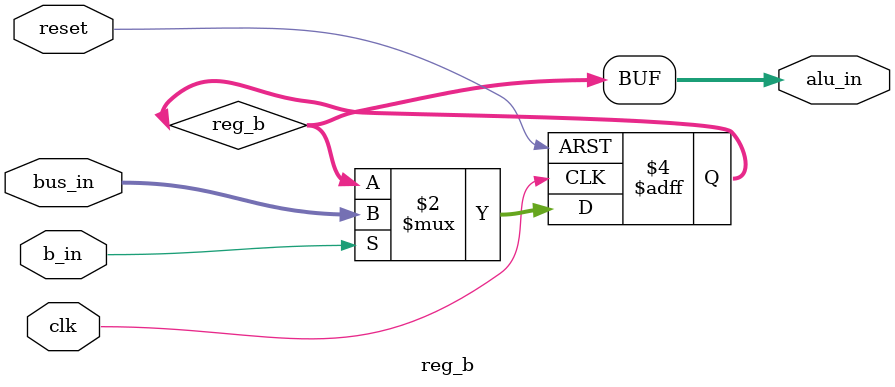
<source format=v>
module reg_b(
    input clk,
    input reset,
    input b_in,
    input [7:0] bus_in,
    output [7:0] alu_in
);
    reg [7:0] reg_b;
    always @(negedge clk or posedge reset) begin
        if (reset)
            reg_b <= 8'b0;
        else if (b_in)
            reg_b <= bus_in;
    end
    assign alu_in = reg_b;
endmodule

</source>
